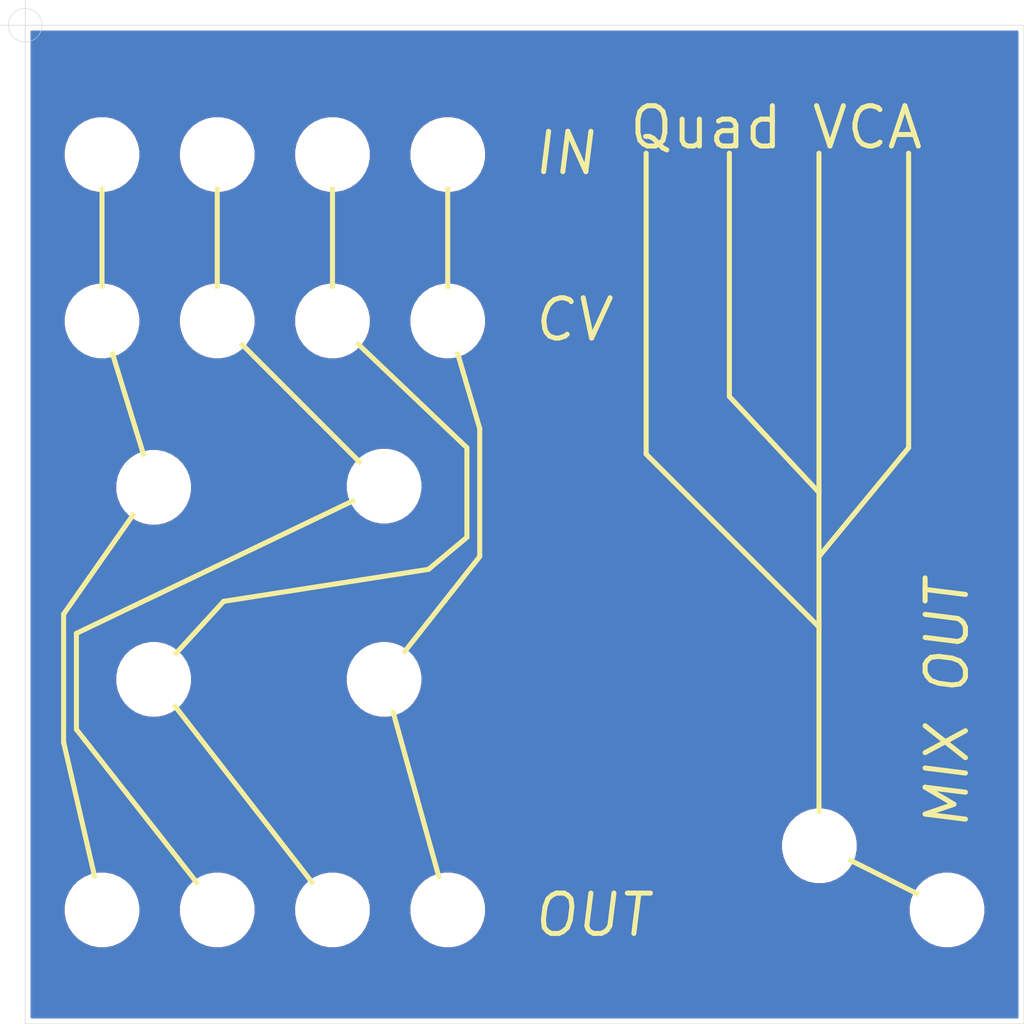
<source format=kicad_pcb>
(kicad_pcb (version 20171130) (host pcbnew 5.1.9-1.fc33)

  (general
    (thickness 1.6)
    (drawings 40)
    (tracks 0)
    (zones 0)
    (modules 18)
    (nets 1)
  )

  (page A4)
  (layers
    (0 F.Cu signal)
    (31 B.Cu signal)
    (32 B.Adhes user)
    (33 F.Adhes user)
    (34 B.Paste user)
    (35 F.Paste user)
    (36 B.SilkS user)
    (37 F.SilkS user)
    (38 B.Mask user)
    (39 F.Mask user)
    (40 Dwgs.User user)
    (41 Cmts.User user)
    (42 Eco1.User user)
    (43 Eco2.User user)
    (44 Edge.Cuts user)
    (45 Margin user)
    (46 B.CrtYd user)
    (47 F.CrtYd user)
    (48 B.Fab user)
    (49 F.Fab user)
  )

  (setup
    (last_trace_width 0.25)
    (trace_clearance 0.2)
    (zone_clearance 0.508)
    (zone_45_only no)
    (trace_min 0.2)
    (via_size 0.8)
    (via_drill 0.4)
    (via_min_size 0.4)
    (via_min_drill 0.3)
    (uvia_size 0.3)
    (uvia_drill 0.1)
    (uvias_allowed no)
    (uvia_min_size 0.2)
    (uvia_min_drill 0.1)
    (edge_width 0.05)
    (segment_width 0.2)
    (pcb_text_width 0.3)
    (pcb_text_size 1.5 1.5)
    (mod_edge_width 0.5)
    (mod_text_size 1 1)
    (mod_text_width 0.15)
    (pad_size 1.524 1.524)
    (pad_drill 0.762)
    (pad_to_mask_clearance 0)
    (aux_axis_origin 0 0)
    (grid_origin 63.5 63.5)
    (visible_elements FFFFFF7F)
    (pcbplotparams
      (layerselection 0x010fc_ffffffff)
      (usegerberextensions true)
      (usegerberattributes false)
      (usegerberadvancedattributes false)
      (creategerberjobfile false)
      (excludeedgelayer true)
      (linewidth 0.100000)
      (plotframeref false)
      (viasonmask false)
      (mode 1)
      (useauxorigin false)
      (hpglpennumber 1)
      (hpglpenspeed 20)
      (hpglpendiameter 15.000000)
      (psnegative false)
      (psa4output false)
      (plotreference true)
      (plotvalue true)
      (plotinvisibletext false)
      (padsonsilk false)
      (subtractmaskfromsilk true)
      (outputformat 1)
      (mirror false)
      (drillshape 0)
      (scaleselection 1)
      (outputdirectory "plot"))
  )

  (net 0 "")

  (net_class Default "This is the default net class."
    (clearance 0.2)
    (trace_width 0.25)
    (via_dia 0.8)
    (via_drill 0.4)
    (uvia_dia 0.3)
    (uvia_drill 0.1)
  )

  (module MountingHole:MountingHole_6.4mm_M6 (layer F.Cu) (tedit 56D1B4CB) (tstamp 6084CC83)
    (at 142.28 144.9)
    (descr "Mounting Hole 6.4mm, no annular, M6")
    (tags "mounting hole 6.4mm no annular m6")
    (attr virtual)
    (fp_text reference REF** (at 0 -7.4) (layer F.SilkS) hide
      (effects (font (size 1 1) (thickness 0.15)))
    )
    (fp_text value MountingHole_6.4mm_M6 (at 0 7.4) (layer F.Fab) hide
      (effects (font (size 1 1) (thickness 0.15)))
    )
    (fp_circle (center 0 0) (end 6.65 0) (layer F.CrtYd) (width 0.05))
    (fp_circle (center 0 0) (end 6.4 0) (layer Cmts.User) (width 0.15))
    (fp_text user %R (at 0.3 0) (layer F.Fab) hide
      (effects (font (size 1 1) (thickness 0.15)))
    )
    (pad 1 np_thru_hole circle (at 0 0) (size 6.4 6.4) (drill 6.4) (layers *.Cu *.Mask))
  )

  (module MountingHole:MountingHole_6.4mm_M6 (layer F.Cu) (tedit 56D1B4CB) (tstamp 6084CBE5)
    (at 99.1 128.39)
    (descr "Mounting Hole 6.4mm, no annular, M6")
    (tags "mounting hole 6.4mm no annular m6")
    (attr virtual)
    (fp_text reference REF** (at 0 -7.4) (layer F.SilkS) hide
      (effects (font (size 1 1) (thickness 0.15)))
    )
    (fp_text value MountingHole_6.4mm_M6 (at 0 7.4) (layer F.Fab) hide
      (effects (font (size 1 1) (thickness 0.15)))
    )
    (fp_circle (center 0 0) (end 6.65 0) (layer F.CrtYd) (width 0.05))
    (fp_circle (center 0 0) (end 6.4 0) (layer Cmts.User) (width 0.15))
    (fp_text user %R (at 0.3 0) (layer F.Fab) hide
      (effects (font (size 1 1) (thickness 0.15)))
    )
    (pad 1 np_thru_hole circle (at 0 0) (size 6.4 6.4) (drill 6.4) (layers *.Cu *.Mask))
  )

  (module MountingHole:MountingHole_6.4mm_M6 (layer F.Cu) (tedit 56D1B4CB) (tstamp 6084CBD0)
    (at 76.24 128.39)
    (descr "Mounting Hole 6.4mm, no annular, M6")
    (tags "mounting hole 6.4mm no annular m6")
    (attr virtual)
    (fp_text reference REF** (at 0 -7.4) (layer F.SilkS) hide
      (effects (font (size 1 1) (thickness 0.15)))
    )
    (fp_text value MountingHole_6.4mm_M6 (at 0 7.4) (layer F.Fab) hide
      (effects (font (size 1 1) (thickness 0.15)))
    )
    (fp_circle (center 0 0) (end 6.4 0) (layer Cmts.User) (width 0.15))
    (fp_circle (center 0 0) (end 6.65 0) (layer F.CrtYd) (width 0.05))
    (fp_text user %R (at 0.3 0) (layer F.Fab) hide
      (effects (font (size 1 1) (thickness 0.15)))
    )
    (pad 1 np_thru_hole circle (at 0 0) (size 6.4 6.4) (drill 6.4) (layers *.Cu *.Mask))
  )

  (module MountingHole:MountingHole_6.4mm_M6 (layer F.Cu) (tedit 56D1B4CB) (tstamp 6084CBBB)
    (at 99.1 109.22)
    (descr "Mounting Hole 6.4mm, no annular, M6")
    (tags "mounting hole 6.4mm no annular m6")
    (attr virtual)
    (fp_text reference REF** (at 0 -7.4) (layer F.SilkS) hide
      (effects (font (size 1 1) (thickness 0.15)))
    )
    (fp_text value MountingHole_6.4mm_M6 (at 0 7.4) (layer F.Fab) hide
      (effects (font (size 1 1) (thickness 0.15)))
    )
    (fp_circle (center 0 0) (end 6.65 0) (layer F.CrtYd) (width 0.05))
    (fp_circle (center 0 0) (end 6.4 0) (layer Cmts.User) (width 0.15))
    (fp_text user %R (at 0.3 0) (layer F.Fab) hide
      (effects (font (size 1 1) (thickness 0.15)))
    )
    (pad 1 np_thru_hole circle (at 0 0) (size 6.4 6.4) (drill 6.4) (layers *.Cu *.Mask))
  )

  (module MountingHole:MountingHole_6.4mm_M6 (layer F.Cu) (tedit 56D1B4CB) (tstamp 6084CBA6)
    (at 76.24 109.34)
    (descr "Mounting Hole 6.4mm, no annular, M6")
    (tags "mounting hole 6.4mm no annular m6")
    (attr virtual)
    (fp_text reference REF** (at 0 -7.4) (layer F.SilkS) hide
      (effects (font (size 1 1) (thickness 0.15)))
    )
    (fp_text value MountingHole_6.4mm_M6 (at 0 7.4) (layer F.Fab) hide
      (effects (font (size 1 1) (thickness 0.15)))
    )
    (fp_circle (center 0 0) (end 6.4 0) (layer Cmts.User) (width 0.15))
    (fp_circle (center 0 0) (end 6.65 0) (layer F.CrtYd) (width 0.05))
    (fp_text user %R (at 0.3 0) (layer F.Fab) hide
      (effects (font (size 1 1) (thickness 0.15)))
    )
    (pad 1 np_thru_hole circle (at 0 0) (size 6.4 6.4) (drill 6.4) (layers *.Cu *.Mask))
  )

  (module MountingHole:MountingHole_6.4mm_M6 (layer F.Cu) (tedit 56D1B4CB) (tstamp 6084CB91)
    (at 154.94 151.26)
    (descr "Mounting Hole 6.4mm, no annular, M6")
    (tags "mounting hole 6.4mm no annular m6")
    (attr virtual)
    (fp_text reference REF** (at 0 -7.4) (layer F.SilkS) hide
      (effects (font (size 1 1) (thickness 0.15)))
    )
    (fp_text value MountingHole_6.4mm_M6 (at 0 7.4) (layer F.Fab) hide
      (effects (font (size 1 1) (thickness 0.15)))
    )
    (fp_circle (center 0 0) (end 6.65 0) (layer F.CrtYd) (width 0.05))
    (fp_circle (center 0 0) (end 6.4 0) (layer Cmts.User) (width 0.15))
    (fp_text user %R (at 0.3 0) (layer F.Fab) hide
      (effects (font (size 1 1) (thickness 0.15)))
    )
    (pad 1 np_thru_hole circle (at 0 0) (size 6.4 6.4) (drill 6.4) (layers *.Cu *.Mask))
  )

  (module MountingHole:MountingHole_6.4mm_M6 (layer F.Cu) (tedit 56D1B4CB) (tstamp 6084CB7C)
    (at 105.41 151.26)
    (descr "Mounting Hole 6.4mm, no annular, M6")
    (tags "mounting hole 6.4mm no annular m6")
    (attr virtual)
    (fp_text reference REF** (at 0 -7.4) (layer F.SilkS) hide
      (effects (font (size 1 1) (thickness 0.15)))
    )
    (fp_text value MountingHole_6.4mm_M6 (at 0 7.4) (layer F.Fab) hide
      (effects (font (size 1 1) (thickness 0.15)))
    )
    (fp_circle (center 0 0) (end 6.4 0) (layer Cmts.User) (width 0.15))
    (fp_circle (center 0 0) (end 6.65 0) (layer F.CrtYd) (width 0.05))
    (fp_text user %R (at 0.3 0) (layer F.Fab) hide
      (effects (font (size 1 1) (thickness 0.15)))
    )
    (pad 1 np_thru_hole circle (at 0 0) (size 6.4 6.4) (drill 6.4) (layers *.Cu *.Mask))
  )

  (module MountingHole:MountingHole_6.4mm_M6 (layer F.Cu) (tedit 56D1B4CB) (tstamp 6084CB67)
    (at 93.98 151.26)
    (descr "Mounting Hole 6.4mm, no annular, M6")
    (tags "mounting hole 6.4mm no annular m6")
    (attr virtual)
    (fp_text reference REF** (at 0 -7.4) (layer F.SilkS) hide
      (effects (font (size 1 1) (thickness 0.15)))
    )
    (fp_text value MountingHole_6.4mm_M6 (at 0 7.4) (layer F.Fab) hide
      (effects (font (size 1 1) (thickness 0.15)))
    )
    (fp_circle (center 0 0) (end 6.65 0) (layer F.CrtYd) (width 0.05))
    (fp_circle (center 0 0) (end 6.4 0) (layer Cmts.User) (width 0.15))
    (fp_text user %R (at 0.3 0) (layer F.Fab) hide
      (effects (font (size 1 1) (thickness 0.15)))
    )
    (pad 1 np_thru_hole circle (at 0 0) (size 6.4 6.4) (drill 6.4) (layers *.Cu *.Mask))
  )

  (module MountingHole:MountingHole_6.4mm_M6 (layer F.Cu) (tedit 56D1B4CB) (tstamp 6084CB52)
    (at 82.55 151.26)
    (descr "Mounting Hole 6.4mm, no annular, M6")
    (tags "mounting hole 6.4mm no annular m6")
    (attr virtual)
    (fp_text reference REF** (at 0 -7.4) (layer F.SilkS) hide
      (effects (font (size 1 1) (thickness 0.15)))
    )
    (fp_text value MountingHole_6.4mm_M6 (at 0 7.4) (layer F.Fab) hide
      (effects (font (size 1 1) (thickness 0.15)))
    )
    (fp_circle (center 0 0) (end 6.4 0) (layer Cmts.User) (width 0.15))
    (fp_circle (center 0 0) (end 6.65 0) (layer F.CrtYd) (width 0.05))
    (fp_text user %R (at 0.3 0) (layer F.Fab) hide
      (effects (font (size 1 1) (thickness 0.15)))
    )
    (pad 1 np_thru_hole circle (at 0 0) (size 6.4 6.4) (drill 6.4) (layers *.Cu *.Mask))
  )

  (module MountingHole:MountingHole_6.4mm_M6 (layer F.Cu) (tedit 56D1B4CB) (tstamp 6084CB3D)
    (at 71.12 151.26)
    (descr "Mounting Hole 6.4mm, no annular, M6")
    (tags "mounting hole 6.4mm no annular m6")
    (attr virtual)
    (fp_text reference REF** (at 0 -7.4) (layer F.SilkS) hide
      (effects (font (size 1 1) (thickness 0.15)))
    )
    (fp_text value MountingHole_6.4mm_M6 (at 0 7.4) (layer F.Fab) hide
      (effects (font (size 1 1) (thickness 0.15)))
    )
    (fp_circle (center 0 0) (end 6.65 0) (layer F.CrtYd) (width 0.05))
    (fp_circle (center 0 0) (end 6.4 0) (layer Cmts.User) (width 0.15))
    (fp_text user %R (at 0.3 0) (layer F.Fab) hide
      (effects (font (size 1 1) (thickness 0.15)))
    )
    (pad 1 np_thru_hole circle (at 0 0) (size 6.4 6.4) (drill 6.4) (layers *.Cu *.Mask))
  )

  (module MountingHole:MountingHole_6.4mm_M6 (layer F.Cu) (tedit 56D1B4CB) (tstamp 6084CB28)
    (at 105.41 92.84)
    (descr "Mounting Hole 6.4mm, no annular, M6")
    (tags "mounting hole 6.4mm no annular m6")
    (attr virtual)
    (fp_text reference REF** (at 0 -7.4) (layer F.SilkS) hide
      (effects (font (size 1 1) (thickness 0.15)))
    )
    (fp_text value MountingHole_6.4mm_M6 (at 0 7.4) (layer F.Fab) hide
      (effects (font (size 1 1) (thickness 0.15)))
    )
    (fp_circle (center 0 0) (end 6.4 0) (layer Cmts.User) (width 0.15))
    (fp_circle (center 0 0) (end 6.65 0) (layer F.CrtYd) (width 0.05))
    (fp_text user %R (at 0.3 0) (layer F.Fab) hide
      (effects (font (size 1 1) (thickness 0.15)))
    )
    (pad 1 np_thru_hole circle (at 0 0) (size 6.4 6.4) (drill 6.4) (layers *.Cu *.Mask))
  )

  (module MountingHole:MountingHole_6.4mm_M6 (layer F.Cu) (tedit 56D1B4CB) (tstamp 6084CB13)
    (at 93.98 92.84)
    (descr "Mounting Hole 6.4mm, no annular, M6")
    (tags "mounting hole 6.4mm no annular m6")
    (attr virtual)
    (fp_text reference REF** (at 0 -7.4) (layer F.SilkS) hide
      (effects (font (size 1 1) (thickness 0.15)))
    )
    (fp_text value MountingHole_6.4mm_M6 (at 0 7.4) (layer F.Fab) hide
      (effects (font (size 1 1) (thickness 0.15)))
    )
    (fp_circle (center 0 0) (end 6.65 0) (layer F.CrtYd) (width 0.05))
    (fp_circle (center 0 0) (end 6.4 0) (layer Cmts.User) (width 0.15))
    (fp_text user %R (at 0.3 0) (layer F.Fab) hide
      (effects (font (size 1 1) (thickness 0.15)))
    )
    (pad 1 np_thru_hole circle (at 0 0) (size 6.4 6.4) (drill 6.4) (layers *.Cu *.Mask))
  )

  (module MountingHole:MountingHole_6.4mm_M6 (layer F.Cu) (tedit 56D1B4CB) (tstamp 6084CAFE)
    (at 82.55 92.84)
    (descr "Mounting Hole 6.4mm, no annular, M6")
    (tags "mounting hole 6.4mm no annular m6")
    (attr virtual)
    (fp_text reference REF** (at 0 -7.4) (layer F.SilkS) hide
      (effects (font (size 1 1) (thickness 0.15)))
    )
    (fp_text value MountingHole_6.4mm_M6 (at 0 7.4) (layer F.Fab) hide
      (effects (font (size 1 1) (thickness 0.15)))
    )
    (fp_circle (center 0 0) (end 6.4 0) (layer Cmts.User) (width 0.15))
    (fp_circle (center 0 0) (end 6.65 0) (layer F.CrtYd) (width 0.05))
    (fp_text user %R (at 0.3 0) (layer F.Fab) hide
      (effects (font (size 1 1) (thickness 0.15)))
    )
    (pad 1 np_thru_hole circle (at 0 0) (size 6.4 6.4) (drill 6.4) (layers *.Cu *.Mask))
  )

  (module MountingHole:MountingHole_6.4mm_M6 (layer F.Cu) (tedit 56D1B4CB) (tstamp 6084CAE9)
    (at 71.12 92.84)
    (descr "Mounting Hole 6.4mm, no annular, M6")
    (tags "mounting hole 6.4mm no annular m6")
    (attr virtual)
    (fp_text reference REF** (at 0 -7.4) (layer F.SilkS) hide
      (effects (font (size 1 1) (thickness 0.15)))
    )
    (fp_text value MountingHole_6.4mm_M6 (at 0 7.4) (layer F.Fab) hide
      (effects (font (size 1 1) (thickness 0.15)))
    )
    (fp_circle (center 0 0) (end 6.65 0) (layer F.CrtYd) (width 0.05))
    (fp_circle (center 0 0) (end 6.4 0) (layer Cmts.User) (width 0.15))
    (fp_text user %R (at 0.3 0) (layer F.Fab) hide
      (effects (font (size 1 1) (thickness 0.15)))
    )
    (pad 1 np_thru_hole circle (at 0 0) (size 6.4 6.4) (drill 6.4) (layers *.Cu *.Mask))
  )

  (module MountingHole:MountingHole_6.4mm_M6 (layer F.Cu) (tedit 56D1B4CB) (tstamp 6084CAD4)
    (at 105.41 76.33)
    (descr "Mounting Hole 6.4mm, no annular, M6")
    (tags "mounting hole 6.4mm no annular m6")
    (attr virtual)
    (fp_text reference REF** (at 0 -7.4) (layer F.SilkS) hide
      (effects (font (size 1 1) (thickness 0.15)))
    )
    (fp_text value MountingHole_6.4mm_M6 (at 0 7.4) (layer F.Fab) hide
      (effects (font (size 1 1) (thickness 0.15)))
    )
    (fp_circle (center 0 0) (end 6.4 0) (layer Cmts.User) (width 0.15))
    (fp_circle (center 0 0) (end 6.65 0) (layer F.CrtYd) (width 0.05))
    (fp_text user %R (at 0.3 0) (layer F.Fab) hide
      (effects (font (size 1 1) (thickness 0.15)))
    )
    (pad 1 np_thru_hole circle (at 0 0) (size 6.4 6.4) (drill 6.4) (layers *.Cu *.Mask))
  )

  (module MountingHole:MountingHole_6.4mm_M6 (layer F.Cu) (tedit 56D1B4CB) (tstamp 6084CABF)
    (at 93.98 76.33)
    (descr "Mounting Hole 6.4mm, no annular, M6")
    (tags "mounting hole 6.4mm no annular m6")
    (attr virtual)
    (fp_text reference REF** (at 0 -7.4) (layer F.SilkS) hide
      (effects (font (size 1 1) (thickness 0.15)))
    )
    (fp_text value MountingHole_6.4mm_M6 (at 0 7.4) (layer F.Fab) hide
      (effects (font (size 1 1) (thickness 0.15)))
    )
    (fp_circle (center 0 0) (end 6.65 0) (layer F.CrtYd) (width 0.05))
    (fp_circle (center 0 0) (end 6.4 0) (layer Cmts.User) (width 0.15))
    (fp_text user %R (at 0.3 0) (layer F.Fab) hide
      (effects (font (size 1 1) (thickness 0.15)))
    )
    (pad 1 np_thru_hole circle (at 0 0) (size 6.4 6.4) (drill 6.4) (layers *.Cu *.Mask))
  )

  (module MountingHole:MountingHole_6.4mm_M6 (layer F.Cu) (tedit 56D1B4CB) (tstamp 6084CAAA)
    (at 82.55 76.33)
    (descr "Mounting Hole 6.4mm, no annular, M6")
    (tags "mounting hole 6.4mm no annular m6")
    (attr virtual)
    (fp_text reference REF** (at 0 -7.4) (layer F.SilkS) hide
      (effects (font (size 1 1) (thickness 0.15)))
    )
    (fp_text value MountingHole_6.4mm_M6 (at 0 7.4) (layer F.Fab) hide
      (effects (font (size 1 1) (thickness 0.15)))
    )
    (fp_circle (center 0 0) (end 6.4 0) (layer Cmts.User) (width 0.15))
    (fp_circle (center 0 0) (end 6.65 0) (layer F.CrtYd) (width 0.05))
    (fp_text user %R (at 0.3 0) (layer F.Fab) hide
      (effects (font (size 1 1) (thickness 0.15)))
    )
    (pad 1 np_thru_hole circle (at 0 0) (size 6.4 6.4) (drill 6.4) (layers *.Cu *.Mask))
  )

  (module MountingHole:MountingHole_6.4mm_M6 (layer F.Cu) (tedit 56D1B4CB) (tstamp 6084CA5F)
    (at 71.12 76.33)
    (descr "Mounting Hole 6.4mm, no annular, M6")
    (tags "mounting hole 6.4mm no annular m6")
    (attr virtual)
    (fp_text reference REF** (at 0 -7.4) (layer F.SilkS) hide
      (effects (font (size 1 1) (thickness 0.15)))
    )
    (fp_text value MountingHole_6.4mm_M6 (at 0 7.4) (layer F.Fab) hide
      (effects (font (size 1 1) (thickness 0.15)))
    )
    (fp_circle (center 0 0) (end 6.65 0) (layer F.CrtYd) (width 0.05))
    (fp_circle (center 0 0) (end 6.4 0) (layer Cmts.User) (width 0.15))
    (fp_text user %R (at 0.3 0) (layer F.Fab) hide
      (effects (font (size 1 1) (thickness 0.15)))
    )
    (pad 1 np_thru_hole circle (at 0 0) (size 6.4 6.4) (drill 6.4) (layers *.Cu *.Mask))
  )

  (gr_text "Quad VCA" (at 123.19 73.66) (layer F.SilkS) (tstamp 6084CCE8)
    (effects (font (size 4 4) (thickness 0.5)) (justify left))
  )
  (gr_line (start 125.095 106.045) (end 125.095 76.2) (layer F.SilkS) (width 0.5))
  (gr_line (start 142.24 123.19) (end 125.095 106.045) (layer F.SilkS) (width 0.5))
  (gr_line (start 133.35 100.33) (end 133.35 76.2) (layer F.SilkS) (width 0.5))
  (gr_line (start 142.24 109.855) (end 133.35 100.33) (layer F.SilkS) (width 0.5))
  (gr_line (start 151.13 105.41) (end 151.13 76.2) (layer F.SilkS) (width 0.5))
  (gr_line (start 142.24 116.205) (end 151.13 105.41) (layer F.SilkS) (width 0.5))
  (gr_line (start 142.24 144.78) (end 142.24 76.2) (layer F.SilkS) (width 0.5))
  (gr_line (start 154.94 151.13) (end 142.24 144.78) (layer F.SilkS) (width 0.5))
  (gr_line (start 99.06 128.27) (end 105.41 151.13) (layer F.SilkS) (width 0.5))
  (gr_line (start 108.585 116.205) (end 99.06 128.27) (layer F.SilkS) (width 0.5))
  (gr_line (start 108.585 103.505) (end 108.585 116.205) (layer F.SilkS) (width 0.5))
  (gr_line (start 105.41 92.71) (end 108.585 103.505) (layer F.SilkS) (width 0.5))
  (gr_line (start 76.2 128.27) (end 93.98 151.13) (layer F.SilkS) (width 0.5))
  (gr_line (start 83.185 120.65) (end 76.2 128.27) (layer F.SilkS) (width 0.5))
  (gr_line (start 103.505 117.475) (end 83.185 120.65) (layer F.SilkS) (width 0.5))
  (gr_line (start 107.315 114.3) (end 103.505 117.475) (layer F.SilkS) (width 0.5))
  (gr_line (start 107.315 105.41) (end 107.315 114.3) (layer F.SilkS) (width 0.5))
  (gr_line (start 93.98 92.71) (end 107.315 105.41) (layer F.SilkS) (width 0.5))
  (gr_line (start 68.58 133.35) (end 82.55 151.13) (layer F.SilkS) (width 0.5))
  (gr_line (start 68.58 123.825) (end 68.58 133.35) (layer F.SilkS) (width 0.5))
  (gr_line (start 99.06 109.22) (end 68.58 123.825) (layer F.SilkS) (width 0.5))
  (gr_line (start 82.55 92.71) (end 99.06 109.22) (layer F.SilkS) (width 0.5))
  (gr_line (start 67.31 134.62) (end 71.12 151.13) (layer F.SilkS) (width 0.5))
  (gr_line (start 67.31 121.92) (end 67.31 134.62) (layer F.SilkS) (width 0.5))
  (gr_line (start 76.2 109.22) (end 67.31 121.92) (layer F.SilkS) (width 0.5))
  (gr_line (start 71.12 92.71) (end 76.2 109.22) (layer F.SilkS) (width 0.5))
  (gr_line (start 105.41 79.375) (end 105.41 89.535) (layer F.SilkS) (width 0.5) (tstamp 6084CC53))
  (gr_line (start 93.98 79.375) (end 93.98 89.535) (layer F.SilkS) (width 0.5) (tstamp 6084CC51))
  (gr_line (start 82.55 79.375) (end 82.55 89.535) (layer F.SilkS) (width 0.5) (tstamp 6084CC4F))
  (gr_line (start 71.12 79.375) (end 71.12 89.535) (layer F.SilkS) (width 0.5))
  (gr_text "MIX OUT" (at 154.94 143.51 90) (layer F.SilkS) (tstamp 6084CC26)
    (effects (font (size 4 4) (thickness 0.5) italic) (justify left))
  )
  (gr_text OUT (at 113.665 151.765) (layer F.SilkS) (tstamp 6084CC1E)
    (effects (font (size 4 4) (thickness 0.5) italic) (justify left))
  )
  (gr_text CV (at 113.665 92.71) (layer F.SilkS) (tstamp 6084CC19)
    (effects (font (size 4 4) (thickness 0.5) italic) (justify left))
  )
  (gr_text IN (at 113.665 76.2) (layer F.SilkS) (tstamp 6084CC23)
    (effects (font (size 4 4) (thickness 0.5) italic) (justify left))
  )
  (target plus (at 63.5 63.5) (size 5) (width 0.05) (layer Edge.Cuts))
  (gr_line (start 63.5 162.56) (end 63.5 63.5) (layer Edge.Cuts) (width 0.05) (tstamp 60846994))
  (gr_line (start 162.56 162.56) (end 63.5 162.56) (layer Edge.Cuts) (width 0.05))
  (gr_line (start 162.56 63.5) (end 162.56 162.56) (layer Edge.Cuts) (width 0.05))
  (gr_line (start 63.5 63.5) (end 162.56 63.5) (layer Edge.Cuts) (width 0.05))

  (zone (net 0) (net_name "") (layer F.Cu) (tstamp 608F031B) (hatch edge 0.508)
    (connect_pads (clearance 0.508))
    (min_thickness 0.254)
    (fill yes (arc_segments 32) (thermal_gap 0.508) (thermal_bridge_width 0.508))
    (polygon
      (pts
        (xy 162.56 162.56) (xy 63.5 162.56) (xy 63.5 63.5) (xy 162.56 63.5)
      )
    )
    (filled_polygon
      (pts
        (xy 161.900001 161.9) (xy 64.16 161.9) (xy 64.16 150.882285) (xy 67.285 150.882285) (xy 67.285 151.637715)
        (xy 67.432377 152.378628) (xy 67.721467 153.076554) (xy 68.141161 153.70467) (xy 68.67533 154.238839) (xy 69.303446 154.658533)
        (xy 70.001372 154.947623) (xy 70.742285 155.095) (xy 71.497715 155.095) (xy 72.238628 154.947623) (xy 72.936554 154.658533)
        (xy 73.56467 154.238839) (xy 74.098839 153.70467) (xy 74.518533 153.076554) (xy 74.807623 152.378628) (xy 74.955 151.637715)
        (xy 74.955 150.882285) (xy 78.715 150.882285) (xy 78.715 151.637715) (xy 78.862377 152.378628) (xy 79.151467 153.076554)
        (xy 79.571161 153.70467) (xy 80.10533 154.238839) (xy 80.733446 154.658533) (xy 81.431372 154.947623) (xy 82.172285 155.095)
        (xy 82.927715 155.095) (xy 83.668628 154.947623) (xy 84.366554 154.658533) (xy 84.99467 154.238839) (xy 85.528839 153.70467)
        (xy 85.948533 153.076554) (xy 86.237623 152.378628) (xy 86.385 151.637715) (xy 86.385 150.882285) (xy 90.145 150.882285)
        (xy 90.145 151.637715) (xy 90.292377 152.378628) (xy 90.581467 153.076554) (xy 91.001161 153.70467) (xy 91.53533 154.238839)
        (xy 92.163446 154.658533) (xy 92.861372 154.947623) (xy 93.602285 155.095) (xy 94.357715 155.095) (xy 95.098628 154.947623)
        (xy 95.796554 154.658533) (xy 96.42467 154.238839) (xy 96.958839 153.70467) (xy 97.378533 153.076554) (xy 97.667623 152.378628)
        (xy 97.815 151.637715) (xy 97.815 150.882285) (xy 101.575 150.882285) (xy 101.575 151.637715) (xy 101.722377 152.378628)
        (xy 102.011467 153.076554) (xy 102.431161 153.70467) (xy 102.96533 154.238839) (xy 103.593446 154.658533) (xy 104.291372 154.947623)
        (xy 105.032285 155.095) (xy 105.787715 155.095) (xy 106.528628 154.947623) (xy 107.226554 154.658533) (xy 107.85467 154.238839)
        (xy 108.388839 153.70467) (xy 108.808533 153.076554) (xy 109.097623 152.378628) (xy 109.245 151.637715) (xy 109.245 150.882285)
        (xy 151.105 150.882285) (xy 151.105 151.637715) (xy 151.252377 152.378628) (xy 151.541467 153.076554) (xy 151.961161 153.70467)
        (xy 152.49533 154.238839) (xy 153.123446 154.658533) (xy 153.821372 154.947623) (xy 154.562285 155.095) (xy 155.317715 155.095)
        (xy 156.058628 154.947623) (xy 156.756554 154.658533) (xy 157.38467 154.238839) (xy 157.918839 153.70467) (xy 158.338533 153.076554)
        (xy 158.627623 152.378628) (xy 158.775 151.637715) (xy 158.775 150.882285) (xy 158.627623 150.141372) (xy 158.338533 149.443446)
        (xy 157.918839 148.81533) (xy 157.38467 148.281161) (xy 156.756554 147.861467) (xy 156.058628 147.572377) (xy 155.317715 147.425)
        (xy 154.562285 147.425) (xy 153.821372 147.572377) (xy 153.123446 147.861467) (xy 152.49533 148.281161) (xy 151.961161 148.81533)
        (xy 151.541467 149.443446) (xy 151.252377 150.141372) (xy 151.105 150.882285) (xy 109.245 150.882285) (xy 109.097623 150.141372)
        (xy 108.808533 149.443446) (xy 108.388839 148.81533) (xy 107.85467 148.281161) (xy 107.226554 147.861467) (xy 106.528628 147.572377)
        (xy 105.787715 147.425) (xy 105.032285 147.425) (xy 104.291372 147.572377) (xy 103.593446 147.861467) (xy 102.96533 148.281161)
        (xy 102.431161 148.81533) (xy 102.011467 149.443446) (xy 101.722377 150.141372) (xy 101.575 150.882285) (xy 97.815 150.882285)
        (xy 97.667623 150.141372) (xy 97.378533 149.443446) (xy 96.958839 148.81533) (xy 96.42467 148.281161) (xy 95.796554 147.861467)
        (xy 95.098628 147.572377) (xy 94.357715 147.425) (xy 93.602285 147.425) (xy 92.861372 147.572377) (xy 92.163446 147.861467)
        (xy 91.53533 148.281161) (xy 91.001161 148.81533) (xy 90.581467 149.443446) (xy 90.292377 150.141372) (xy 90.145 150.882285)
        (xy 86.385 150.882285) (xy 86.237623 150.141372) (xy 85.948533 149.443446) (xy 85.528839 148.81533) (xy 84.99467 148.281161)
        (xy 84.366554 147.861467) (xy 83.668628 147.572377) (xy 82.927715 147.425) (xy 82.172285 147.425) (xy 81.431372 147.572377)
        (xy 80.733446 147.861467) (xy 80.10533 148.281161) (xy 79.571161 148.81533) (xy 79.151467 149.443446) (xy 78.862377 150.141372)
        (xy 78.715 150.882285) (xy 74.955 150.882285) (xy 74.807623 150.141372) (xy 74.518533 149.443446) (xy 74.098839 148.81533)
        (xy 73.56467 148.281161) (xy 72.936554 147.861467) (xy 72.238628 147.572377) (xy 71.497715 147.425) (xy 70.742285 147.425)
        (xy 70.001372 147.572377) (xy 69.303446 147.861467) (xy 68.67533 148.281161) (xy 68.141161 148.81533) (xy 67.721467 149.443446)
        (xy 67.432377 150.141372) (xy 67.285 150.882285) (xy 64.16 150.882285) (xy 64.16 144.522285) (xy 138.445 144.522285)
        (xy 138.445 145.277715) (xy 138.592377 146.018628) (xy 138.881467 146.716554) (xy 139.301161 147.34467) (xy 139.83533 147.878839)
        (xy 140.463446 148.298533) (xy 141.161372 148.587623) (xy 141.902285 148.735) (xy 142.657715 148.735) (xy 143.398628 148.587623)
        (xy 144.096554 148.298533) (xy 144.72467 147.878839) (xy 145.258839 147.34467) (xy 145.678533 146.716554) (xy 145.967623 146.018628)
        (xy 146.115 145.277715) (xy 146.115 144.522285) (xy 145.967623 143.781372) (xy 145.678533 143.083446) (xy 145.258839 142.45533)
        (xy 144.72467 141.921161) (xy 144.096554 141.501467) (xy 143.398628 141.212377) (xy 142.657715 141.065) (xy 141.902285 141.065)
        (xy 141.161372 141.212377) (xy 140.463446 141.501467) (xy 139.83533 141.921161) (xy 139.301161 142.45533) (xy 138.881467 143.083446)
        (xy 138.592377 143.781372) (xy 138.445 144.522285) (xy 64.16 144.522285) (xy 64.16 128.012285) (xy 72.405 128.012285)
        (xy 72.405 128.767715) (xy 72.552377 129.508628) (xy 72.841467 130.206554) (xy 73.261161 130.83467) (xy 73.79533 131.368839)
        (xy 74.423446 131.788533) (xy 75.121372 132.077623) (xy 75.862285 132.225) (xy 76.617715 132.225) (xy 77.358628 132.077623)
        (xy 78.056554 131.788533) (xy 78.68467 131.368839) (xy 79.218839 130.83467) (xy 79.638533 130.206554) (xy 79.927623 129.508628)
        (xy 80.075 128.767715) (xy 80.075 128.012285) (xy 95.265 128.012285) (xy 95.265 128.767715) (xy 95.412377 129.508628)
        (xy 95.701467 130.206554) (xy 96.121161 130.83467) (xy 96.65533 131.368839) (xy 97.283446 131.788533) (xy 97.981372 132.077623)
        (xy 98.722285 132.225) (xy 99.477715 132.225) (xy 100.218628 132.077623) (xy 100.916554 131.788533) (xy 101.54467 131.368839)
        (xy 102.078839 130.83467) (xy 102.498533 130.206554) (xy 102.787623 129.508628) (xy 102.935 128.767715) (xy 102.935 128.012285)
        (xy 102.787623 127.271372) (xy 102.498533 126.573446) (xy 102.078839 125.94533) (xy 101.54467 125.411161) (xy 100.916554 124.991467)
        (xy 100.218628 124.702377) (xy 99.477715 124.555) (xy 98.722285 124.555) (xy 97.981372 124.702377) (xy 97.283446 124.991467)
        (xy 96.65533 125.411161) (xy 96.121161 125.94533) (xy 95.701467 126.573446) (xy 95.412377 127.271372) (xy 95.265 128.012285)
        (xy 80.075 128.012285) (xy 79.927623 127.271372) (xy 79.638533 126.573446) (xy 79.218839 125.94533) (xy 78.68467 125.411161)
        (xy 78.056554 124.991467) (xy 77.358628 124.702377) (xy 76.617715 124.555) (xy 75.862285 124.555) (xy 75.121372 124.702377)
        (xy 74.423446 124.991467) (xy 73.79533 125.411161) (xy 73.261161 125.94533) (xy 72.841467 126.573446) (xy 72.552377 127.271372)
        (xy 72.405 128.012285) (xy 64.16 128.012285) (xy 64.16 108.962285) (xy 72.405 108.962285) (xy 72.405 109.717715)
        (xy 72.552377 110.458628) (xy 72.841467 111.156554) (xy 73.261161 111.78467) (xy 73.79533 112.318839) (xy 74.423446 112.738533)
        (xy 75.121372 113.027623) (xy 75.862285 113.175) (xy 76.617715 113.175) (xy 77.358628 113.027623) (xy 78.056554 112.738533)
        (xy 78.68467 112.318839) (xy 79.218839 111.78467) (xy 79.638533 111.156554) (xy 79.927623 110.458628) (xy 80.075 109.717715)
        (xy 80.075 108.962285) (xy 80.051131 108.842285) (xy 95.265 108.842285) (xy 95.265 109.597715) (xy 95.412377 110.338628)
        (xy 95.701467 111.036554) (xy 96.121161 111.66467) (xy 96.65533 112.198839) (xy 97.283446 112.618533) (xy 97.981372 112.907623)
        (xy 98.722285 113.055) (xy 99.477715 113.055) (xy 100.218628 112.907623) (xy 100.916554 112.618533) (xy 101.54467 112.198839)
        (xy 102.078839 111.66467) (xy 102.498533 111.036554) (xy 102.787623 110.338628) (xy 102.935 109.597715) (xy 102.935 108.842285)
        (xy 102.787623 108.101372) (xy 102.498533 107.403446) (xy 102.078839 106.77533) (xy 101.54467 106.241161) (xy 100.916554 105.821467)
        (xy 100.218628 105.532377) (xy 99.477715 105.385) (xy 98.722285 105.385) (xy 97.981372 105.532377) (xy 97.283446 105.821467)
        (xy 96.65533 106.241161) (xy 96.121161 106.77533) (xy 95.701467 107.403446) (xy 95.412377 108.101372) (xy 95.265 108.842285)
        (xy 80.051131 108.842285) (xy 79.927623 108.221372) (xy 79.638533 107.523446) (xy 79.218839 106.89533) (xy 78.68467 106.361161)
        (xy 78.056554 105.941467) (xy 77.358628 105.652377) (xy 76.617715 105.505) (xy 75.862285 105.505) (xy 75.121372 105.652377)
        (xy 74.423446 105.941467) (xy 73.79533 106.361161) (xy 73.261161 106.89533) (xy 72.841467 107.523446) (xy 72.552377 108.221372)
        (xy 72.405 108.962285) (xy 64.16 108.962285) (xy 64.16 92.462285) (xy 67.285 92.462285) (xy 67.285 93.217715)
        (xy 67.432377 93.958628) (xy 67.721467 94.656554) (xy 68.141161 95.28467) (xy 68.67533 95.818839) (xy 69.303446 96.238533)
        (xy 70.001372 96.527623) (xy 70.742285 96.675) (xy 71.497715 96.675) (xy 72.238628 96.527623) (xy 72.936554 96.238533)
        (xy 73.56467 95.818839) (xy 74.098839 95.28467) (xy 74.518533 94.656554) (xy 74.807623 93.958628) (xy 74.955 93.217715)
        (xy 74.955 92.462285) (xy 78.715 92.462285) (xy 78.715 93.217715) (xy 78.862377 93.958628) (xy 79.151467 94.656554)
        (xy 79.571161 95.28467) (xy 80.10533 95.818839) (xy 80.733446 96.238533) (xy 81.431372 96.527623) (xy 82.172285 96.675)
        (xy 82.927715 96.675) (xy 83.668628 96.527623) (xy 84.366554 96.238533) (xy 84.99467 95.818839) (xy 85.528839 95.28467)
        (xy 85.948533 94.656554) (xy 86.237623 93.958628) (xy 86.385 93.217715) (xy 86.385 92.462285) (xy 90.145 92.462285)
        (xy 90.145 93.217715) (xy 90.292377 93.958628) (xy 90.581467 94.656554) (xy 91.001161 95.28467) (xy 91.53533 95.818839)
        (xy 92.163446 96.238533) (xy 92.861372 96.527623) (xy 93.602285 96.675) (xy 94.357715 96.675) (xy 95.098628 96.527623)
        (xy 95.796554 96.238533) (xy 96.42467 95.818839) (xy 96.958839 95.28467) (xy 97.378533 94.656554) (xy 97.667623 93.958628)
        (xy 97.815 93.217715) (xy 97.815 92.462285) (xy 101.575 92.462285) (xy 101.575 93.217715) (xy 101.722377 93.958628)
        (xy 102.011467 94.656554) (xy 102.431161 95.28467) (xy 102.96533 95.818839) (xy 103.593446 96.238533) (xy 104.291372 96.527623)
        (xy 105.032285 96.675) (xy 105.787715 96.675) (xy 106.528628 96.527623) (xy 107.226554 96.238533) (xy 107.85467 95.818839)
        (xy 108.388839 95.28467) (xy 108.808533 94.656554) (xy 109.097623 93.958628) (xy 109.245 93.217715) (xy 109.245 92.462285)
        (xy 109.097623 91.721372) (xy 108.808533 91.023446) (xy 108.388839 90.39533) (xy 107.85467 89.861161) (xy 107.226554 89.441467)
        (xy 106.528628 89.152377) (xy 105.787715 89.005) (xy 105.032285 89.005) (xy 104.291372 89.152377) (xy 103.593446 89.441467)
        (xy 102.96533 89.861161) (xy 102.431161 90.39533) (xy 102.011467 91.023446) (xy 101.722377 91.721372) (xy 101.575 92.462285)
        (xy 97.815 92.462285) (xy 97.667623 91.721372) (xy 97.378533 91.023446) (xy 96.958839 90.39533) (xy 96.42467 89.861161)
        (xy 95.796554 89.441467) (xy 95.098628 89.152377) (xy 94.357715 89.005) (xy 93.602285 89.005) (xy 92.861372 89.152377)
        (xy 92.163446 89.441467) (xy 91.53533 89.861161) (xy 91.001161 90.39533) (xy 90.581467 91.023446) (xy 90.292377 91.721372)
        (xy 90.145 92.462285) (xy 86.385 92.462285) (xy 86.237623 91.721372) (xy 85.948533 91.023446) (xy 85.528839 90.39533)
        (xy 84.99467 89.861161) (xy 84.366554 89.441467) (xy 83.668628 89.152377) (xy 82.927715 89.005) (xy 82.172285 89.005)
        (xy 81.431372 89.152377) (xy 80.733446 89.441467) (xy 80.10533 89.861161) (xy 79.571161 90.39533) (xy 79.151467 91.023446)
        (xy 78.862377 91.721372) (xy 78.715 92.462285) (xy 74.955 92.462285) (xy 74.807623 91.721372) (xy 74.518533 91.023446)
        (xy 74.098839 90.39533) (xy 73.56467 89.861161) (xy 72.936554 89.441467) (xy 72.238628 89.152377) (xy 71.497715 89.005)
        (xy 70.742285 89.005) (xy 70.001372 89.152377) (xy 69.303446 89.441467) (xy 68.67533 89.861161) (xy 68.141161 90.39533)
        (xy 67.721467 91.023446) (xy 67.432377 91.721372) (xy 67.285 92.462285) (xy 64.16 92.462285) (xy 64.16 75.952285)
        (xy 67.285 75.952285) (xy 67.285 76.707715) (xy 67.432377 77.448628) (xy 67.721467 78.146554) (xy 68.141161 78.77467)
        (xy 68.67533 79.308839) (xy 69.303446 79.728533) (xy 70.001372 80.017623) (xy 70.742285 80.165) (xy 71.497715 80.165)
        (xy 72.238628 80.017623) (xy 72.936554 79.728533) (xy 73.56467 79.308839) (xy 74.098839 78.77467) (xy 74.518533 78.146554)
        (xy 74.807623 77.448628) (xy 74.955 76.707715) (xy 74.955 75.952285) (xy 78.715 75.952285) (xy 78.715 76.707715)
        (xy 78.862377 77.448628) (xy 79.151467 78.146554) (xy 79.571161 78.77467) (xy 80.10533 79.308839) (xy 80.733446 79.728533)
        (xy 81.431372 80.017623) (xy 82.172285 80.165) (xy 82.927715 80.165) (xy 83.668628 80.017623) (xy 84.366554 79.728533)
        (xy 84.99467 79.308839) (xy 85.528839 78.77467) (xy 85.948533 78.146554) (xy 86.237623 77.448628) (xy 86.385 76.707715)
        (xy 86.385 75.952285) (xy 90.145 75.952285) (xy 90.145 76.707715) (xy 90.292377 77.448628) (xy 90.581467 78.146554)
        (xy 91.001161 78.77467) (xy 91.53533 79.308839) (xy 92.163446 79.728533) (xy 92.861372 80.017623) (xy 93.602285 80.165)
        (xy 94.357715 80.165) (xy 95.098628 80.017623) (xy 95.796554 79.728533) (xy 96.42467 79.308839) (xy 96.958839 78.77467)
        (xy 97.378533 78.146554) (xy 97.667623 77.448628) (xy 97.815 76.707715) (xy 97.815 75.952285) (xy 101.575 75.952285)
        (xy 101.575 76.707715) (xy 101.722377 77.448628) (xy 102.011467 78.146554) (xy 102.431161 78.77467) (xy 102.96533 79.308839)
        (xy 103.593446 79.728533) (xy 104.291372 80.017623) (xy 105.032285 80.165) (xy 105.787715 80.165) (xy 106.528628 80.017623)
        (xy 107.226554 79.728533) (xy 107.85467 79.308839) (xy 108.388839 78.77467) (xy 108.808533 78.146554) (xy 109.097623 77.448628)
        (xy 109.245 76.707715) (xy 109.245 75.952285) (xy 109.097623 75.211372) (xy 108.808533 74.513446) (xy 108.388839 73.88533)
        (xy 107.85467 73.351161) (xy 107.226554 72.931467) (xy 106.528628 72.642377) (xy 105.787715 72.495) (xy 105.032285 72.495)
        (xy 104.291372 72.642377) (xy 103.593446 72.931467) (xy 102.96533 73.351161) (xy 102.431161 73.88533) (xy 102.011467 74.513446)
        (xy 101.722377 75.211372) (xy 101.575 75.952285) (xy 97.815 75.952285) (xy 97.667623 75.211372) (xy 97.378533 74.513446)
        (xy 96.958839 73.88533) (xy 96.42467 73.351161) (xy 95.796554 72.931467) (xy 95.098628 72.642377) (xy 94.357715 72.495)
        (xy 93.602285 72.495) (xy 92.861372 72.642377) (xy 92.163446 72.931467) (xy 91.53533 73.351161) (xy 91.001161 73.88533)
        (xy 90.581467 74.513446) (xy 90.292377 75.211372) (xy 90.145 75.952285) (xy 86.385 75.952285) (xy 86.237623 75.211372)
        (xy 85.948533 74.513446) (xy 85.528839 73.88533) (xy 84.99467 73.351161) (xy 84.366554 72.931467) (xy 83.668628 72.642377)
        (xy 82.927715 72.495) (xy 82.172285 72.495) (xy 81.431372 72.642377) (xy 80.733446 72.931467) (xy 80.10533 73.351161)
        (xy 79.571161 73.88533) (xy 79.151467 74.513446) (xy 78.862377 75.211372) (xy 78.715 75.952285) (xy 74.955 75.952285)
        (xy 74.807623 75.211372) (xy 74.518533 74.513446) (xy 74.098839 73.88533) (xy 73.56467 73.351161) (xy 72.936554 72.931467)
        (xy 72.238628 72.642377) (xy 71.497715 72.495) (xy 70.742285 72.495) (xy 70.001372 72.642377) (xy 69.303446 72.931467)
        (xy 68.67533 73.351161) (xy 68.141161 73.88533) (xy 67.721467 74.513446) (xy 67.432377 75.211372) (xy 67.285 75.952285)
        (xy 64.16 75.952285) (xy 64.16 64.16) (xy 161.9 64.16)
      )
    )
  )
  (zone (net 0) (net_name "") (layer B.Cu) (tstamp 608F0318) (hatch edge 0.508)
    (connect_pads (clearance 0.508))
    (min_thickness 0.254)
    (fill yes (arc_segments 32) (thermal_gap 0.508) (thermal_bridge_width 0.508))
    (polygon
      (pts
        (xy 162.56 162.56) (xy 63.5 162.56) (xy 63.5 63.5) (xy 162.56 63.5)
      )
    )
    (filled_polygon
      (pts
        (xy 161.900001 161.9) (xy 64.16 161.9) (xy 64.16 150.882285) (xy 67.285 150.882285) (xy 67.285 151.637715)
        (xy 67.432377 152.378628) (xy 67.721467 153.076554) (xy 68.141161 153.70467) (xy 68.67533 154.238839) (xy 69.303446 154.658533)
        (xy 70.001372 154.947623) (xy 70.742285 155.095) (xy 71.497715 155.095) (xy 72.238628 154.947623) (xy 72.936554 154.658533)
        (xy 73.56467 154.238839) (xy 74.098839 153.70467) (xy 74.518533 153.076554) (xy 74.807623 152.378628) (xy 74.955 151.637715)
        (xy 74.955 150.882285) (xy 78.715 150.882285) (xy 78.715 151.637715) (xy 78.862377 152.378628) (xy 79.151467 153.076554)
        (xy 79.571161 153.70467) (xy 80.10533 154.238839) (xy 80.733446 154.658533) (xy 81.431372 154.947623) (xy 82.172285 155.095)
        (xy 82.927715 155.095) (xy 83.668628 154.947623) (xy 84.366554 154.658533) (xy 84.99467 154.238839) (xy 85.528839 153.70467)
        (xy 85.948533 153.076554) (xy 86.237623 152.378628) (xy 86.385 151.637715) (xy 86.385 150.882285) (xy 90.145 150.882285)
        (xy 90.145 151.637715) (xy 90.292377 152.378628) (xy 90.581467 153.076554) (xy 91.001161 153.70467) (xy 91.53533 154.238839)
        (xy 92.163446 154.658533) (xy 92.861372 154.947623) (xy 93.602285 155.095) (xy 94.357715 155.095) (xy 95.098628 154.947623)
        (xy 95.796554 154.658533) (xy 96.42467 154.238839) (xy 96.958839 153.70467) (xy 97.378533 153.076554) (xy 97.667623 152.378628)
        (xy 97.815 151.637715) (xy 97.815 150.882285) (xy 101.575 150.882285) (xy 101.575 151.637715) (xy 101.722377 152.378628)
        (xy 102.011467 153.076554) (xy 102.431161 153.70467) (xy 102.96533 154.238839) (xy 103.593446 154.658533) (xy 104.291372 154.947623)
        (xy 105.032285 155.095) (xy 105.787715 155.095) (xy 106.528628 154.947623) (xy 107.226554 154.658533) (xy 107.85467 154.238839)
        (xy 108.388839 153.70467) (xy 108.808533 153.076554) (xy 109.097623 152.378628) (xy 109.245 151.637715) (xy 109.245 150.882285)
        (xy 151.105 150.882285) (xy 151.105 151.637715) (xy 151.252377 152.378628) (xy 151.541467 153.076554) (xy 151.961161 153.70467)
        (xy 152.49533 154.238839) (xy 153.123446 154.658533) (xy 153.821372 154.947623) (xy 154.562285 155.095) (xy 155.317715 155.095)
        (xy 156.058628 154.947623) (xy 156.756554 154.658533) (xy 157.38467 154.238839) (xy 157.918839 153.70467) (xy 158.338533 153.076554)
        (xy 158.627623 152.378628) (xy 158.775 151.637715) (xy 158.775 150.882285) (xy 158.627623 150.141372) (xy 158.338533 149.443446)
        (xy 157.918839 148.81533) (xy 157.38467 148.281161) (xy 156.756554 147.861467) (xy 156.058628 147.572377) (xy 155.317715 147.425)
        (xy 154.562285 147.425) (xy 153.821372 147.572377) (xy 153.123446 147.861467) (xy 152.49533 148.281161) (xy 151.961161 148.81533)
        (xy 151.541467 149.443446) (xy 151.252377 150.141372) (xy 151.105 150.882285) (xy 109.245 150.882285) (xy 109.097623 150.141372)
        (xy 108.808533 149.443446) (xy 108.388839 148.81533) (xy 107.85467 148.281161) (xy 107.226554 147.861467) (xy 106.528628 147.572377)
        (xy 105.787715 147.425) (xy 105.032285 147.425) (xy 104.291372 147.572377) (xy 103.593446 147.861467) (xy 102.96533 148.281161)
        (xy 102.431161 148.81533) (xy 102.011467 149.443446) (xy 101.722377 150.141372) (xy 101.575 150.882285) (xy 97.815 150.882285)
        (xy 97.667623 150.141372) (xy 97.378533 149.443446) (xy 96.958839 148.81533) (xy 96.42467 148.281161) (xy 95.796554 147.861467)
        (xy 95.098628 147.572377) (xy 94.357715 147.425) (xy 93.602285 147.425) (xy 92.861372 147.572377) (xy 92.163446 147.861467)
        (xy 91.53533 148.281161) (xy 91.001161 148.81533) (xy 90.581467 149.443446) (xy 90.292377 150.141372) (xy 90.145 150.882285)
        (xy 86.385 150.882285) (xy 86.237623 150.141372) (xy 85.948533 149.443446) (xy 85.528839 148.81533) (xy 84.99467 148.281161)
        (xy 84.366554 147.861467) (xy 83.668628 147.572377) (xy 82.927715 147.425) (xy 82.172285 147.425) (xy 81.431372 147.572377)
        (xy 80.733446 147.861467) (xy 80.10533 148.281161) (xy 79.571161 148.81533) (xy 79.151467 149.443446) (xy 78.862377 150.141372)
        (xy 78.715 150.882285) (xy 74.955 150.882285) (xy 74.807623 150.141372) (xy 74.518533 149.443446) (xy 74.098839 148.81533)
        (xy 73.56467 148.281161) (xy 72.936554 147.861467) (xy 72.238628 147.572377) (xy 71.497715 147.425) (xy 70.742285 147.425)
        (xy 70.001372 147.572377) (xy 69.303446 147.861467) (xy 68.67533 148.281161) (xy 68.141161 148.81533) (xy 67.721467 149.443446)
        (xy 67.432377 150.141372) (xy 67.285 150.882285) (xy 64.16 150.882285) (xy 64.16 144.522285) (xy 138.445 144.522285)
        (xy 138.445 145.277715) (xy 138.592377 146.018628) (xy 138.881467 146.716554) (xy 139.301161 147.34467) (xy 139.83533 147.878839)
        (xy 140.463446 148.298533) (xy 141.161372 148.587623) (xy 141.902285 148.735) (xy 142.657715 148.735) (xy 143.398628 148.587623)
        (xy 144.096554 148.298533) (xy 144.72467 147.878839) (xy 145.258839 147.34467) (xy 145.678533 146.716554) (xy 145.967623 146.018628)
        (xy 146.115 145.277715) (xy 146.115 144.522285) (xy 145.967623 143.781372) (xy 145.678533 143.083446) (xy 145.258839 142.45533)
        (xy 144.72467 141.921161) (xy 144.096554 141.501467) (xy 143.398628 141.212377) (xy 142.657715 141.065) (xy 141.902285 141.065)
        (xy 141.161372 141.212377) (xy 140.463446 141.501467) (xy 139.83533 141.921161) (xy 139.301161 142.45533) (xy 138.881467 143.083446)
        (xy 138.592377 143.781372) (xy 138.445 144.522285) (xy 64.16 144.522285) (xy 64.16 128.012285) (xy 72.405 128.012285)
        (xy 72.405 128.767715) (xy 72.552377 129.508628) (xy 72.841467 130.206554) (xy 73.261161 130.83467) (xy 73.79533 131.368839)
        (xy 74.423446 131.788533) (xy 75.121372 132.077623) (xy 75.862285 132.225) (xy 76.617715 132.225) (xy 77.358628 132.077623)
        (xy 78.056554 131.788533) (xy 78.68467 131.368839) (xy 79.218839 130.83467) (xy 79.638533 130.206554) (xy 79.927623 129.508628)
        (xy 80.075 128.767715) (xy 80.075 128.012285) (xy 95.265 128.012285) (xy 95.265 128.767715) (xy 95.412377 129.508628)
        (xy 95.701467 130.206554) (xy 96.121161 130.83467) (xy 96.65533 131.368839) (xy 97.283446 131.788533) (xy 97.981372 132.077623)
        (xy 98.722285 132.225) (xy 99.477715 132.225) (xy 100.218628 132.077623) (xy 100.916554 131.788533) (xy 101.54467 131.368839)
        (xy 102.078839 130.83467) (xy 102.498533 130.206554) (xy 102.787623 129.508628) (xy 102.935 128.767715) (xy 102.935 128.012285)
        (xy 102.787623 127.271372) (xy 102.498533 126.573446) (xy 102.078839 125.94533) (xy 101.54467 125.411161) (xy 100.916554 124.991467)
        (xy 100.218628 124.702377) (xy 99.477715 124.555) (xy 98.722285 124.555) (xy 97.981372 124.702377) (xy 97.283446 124.991467)
        (xy 96.65533 125.411161) (xy 96.121161 125.94533) (xy 95.701467 126.573446) (xy 95.412377 127.271372) (xy 95.265 128.012285)
        (xy 80.075 128.012285) (xy 79.927623 127.271372) (xy 79.638533 126.573446) (xy 79.218839 125.94533) (xy 78.68467 125.411161)
        (xy 78.056554 124.991467) (xy 77.358628 124.702377) (xy 76.617715 124.555) (xy 75.862285 124.555) (xy 75.121372 124.702377)
        (xy 74.423446 124.991467) (xy 73.79533 125.411161) (xy 73.261161 125.94533) (xy 72.841467 126.573446) (xy 72.552377 127.271372)
        (xy 72.405 128.012285) (xy 64.16 128.012285) (xy 64.16 108.962285) (xy 72.405 108.962285) (xy 72.405 109.717715)
        (xy 72.552377 110.458628) (xy 72.841467 111.156554) (xy 73.261161 111.78467) (xy 73.79533 112.318839) (xy 74.423446 112.738533)
        (xy 75.121372 113.027623) (xy 75.862285 113.175) (xy 76.617715 113.175) (xy 77.358628 113.027623) (xy 78.056554 112.738533)
        (xy 78.68467 112.318839) (xy 79.218839 111.78467) (xy 79.638533 111.156554) (xy 79.927623 110.458628) (xy 80.075 109.717715)
        (xy 80.075 108.962285) (xy 80.051131 108.842285) (xy 95.265 108.842285) (xy 95.265 109.597715) (xy 95.412377 110.338628)
        (xy 95.701467 111.036554) (xy 96.121161 111.66467) (xy 96.65533 112.198839) (xy 97.283446 112.618533) (xy 97.981372 112.907623)
        (xy 98.722285 113.055) (xy 99.477715 113.055) (xy 100.218628 112.907623) (xy 100.916554 112.618533) (xy 101.54467 112.198839)
        (xy 102.078839 111.66467) (xy 102.498533 111.036554) (xy 102.787623 110.338628) (xy 102.935 109.597715) (xy 102.935 108.842285)
        (xy 102.787623 108.101372) (xy 102.498533 107.403446) (xy 102.078839 106.77533) (xy 101.54467 106.241161) (xy 100.916554 105.821467)
        (xy 100.218628 105.532377) (xy 99.477715 105.385) (xy 98.722285 105.385) (xy 97.981372 105.532377) (xy 97.283446 105.821467)
        (xy 96.65533 106.241161) (xy 96.121161 106.77533) (xy 95.701467 107.403446) (xy 95.412377 108.101372) (xy 95.265 108.842285)
        (xy 80.051131 108.842285) (xy 79.927623 108.221372) (xy 79.638533 107.523446) (xy 79.218839 106.89533) (xy 78.68467 106.361161)
        (xy 78.056554 105.941467) (xy 77.358628 105.652377) (xy 76.617715 105.505) (xy 75.862285 105.505) (xy 75.121372 105.652377)
        (xy 74.423446 105.941467) (xy 73.79533 106.361161) (xy 73.261161 106.89533) (xy 72.841467 107.523446) (xy 72.552377 108.221372)
        (xy 72.405 108.962285) (xy 64.16 108.962285) (xy 64.16 92.462285) (xy 67.285 92.462285) (xy 67.285 93.217715)
        (xy 67.432377 93.958628) (xy 67.721467 94.656554) (xy 68.141161 95.28467) (xy 68.67533 95.818839) (xy 69.303446 96.238533)
        (xy 70.001372 96.527623) (xy 70.742285 96.675) (xy 71.497715 96.675) (xy 72.238628 96.527623) (xy 72.936554 96.238533)
        (xy 73.56467 95.818839) (xy 74.098839 95.28467) (xy 74.518533 94.656554) (xy 74.807623 93.958628) (xy 74.955 93.217715)
        (xy 74.955 92.462285) (xy 78.715 92.462285) (xy 78.715 93.217715) (xy 78.862377 93.958628) (xy 79.151467 94.656554)
        (xy 79.571161 95.28467) (xy 80.10533 95.818839) (xy 80.733446 96.238533) (xy 81.431372 96.527623) (xy 82.172285 96.675)
        (xy 82.927715 96.675) (xy 83.668628 96.527623) (xy 84.366554 96.238533) (xy 84.99467 95.818839) (xy 85.528839 95.28467)
        (xy 85.948533 94.656554) (xy 86.237623 93.958628) (xy 86.385 93.217715) (xy 86.385 92.462285) (xy 90.145 92.462285)
        (xy 90.145 93.217715) (xy 90.292377 93.958628) (xy 90.581467 94.656554) (xy 91.001161 95.28467) (xy 91.53533 95.818839)
        (xy 92.163446 96.238533) (xy 92.861372 96.527623) (xy 93.602285 96.675) (xy 94.357715 96.675) (xy 95.098628 96.527623)
        (xy 95.796554 96.238533) (xy 96.42467 95.818839) (xy 96.958839 95.28467) (xy 97.378533 94.656554) (xy 97.667623 93.958628)
        (xy 97.815 93.217715) (xy 97.815 92.462285) (xy 101.575 92.462285) (xy 101.575 93.217715) (xy 101.722377 93.958628)
        (xy 102.011467 94.656554) (xy 102.431161 95.28467) (xy 102.96533 95.818839) (xy 103.593446 96.238533) (xy 104.291372 96.527623)
        (xy 105.032285 96.675) (xy 105.787715 96.675) (xy 106.528628 96.527623) (xy 107.226554 96.238533) (xy 107.85467 95.818839)
        (xy 108.388839 95.28467) (xy 108.808533 94.656554) (xy 109.097623 93.958628) (xy 109.245 93.217715) (xy 109.245 92.462285)
        (xy 109.097623 91.721372) (xy 108.808533 91.023446) (xy 108.388839 90.39533) (xy 107.85467 89.861161) (xy 107.226554 89.441467)
        (xy 106.528628 89.152377) (xy 105.787715 89.005) (xy 105.032285 89.005) (xy 104.291372 89.152377) (xy 103.593446 89.441467)
        (xy 102.96533 89.861161) (xy 102.431161 90.39533) (xy 102.011467 91.023446) (xy 101.722377 91.721372) (xy 101.575 92.462285)
        (xy 97.815 92.462285) (xy 97.667623 91.721372) (xy 97.378533 91.023446) (xy 96.958839 90.39533) (xy 96.42467 89.861161)
        (xy 95.796554 89.441467) (xy 95.098628 89.152377) (xy 94.357715 89.005) (xy 93.602285 89.005) (xy 92.861372 89.152377)
        (xy 92.163446 89.441467) (xy 91.53533 89.861161) (xy 91.001161 90.39533) (xy 90.581467 91.023446) (xy 90.292377 91.721372)
        (xy 90.145 92.462285) (xy 86.385 92.462285) (xy 86.237623 91.721372) (xy 85.948533 91.023446) (xy 85.528839 90.39533)
        (xy 84.99467 89.861161) (xy 84.366554 89.441467) (xy 83.668628 89.152377) (xy 82.927715 89.005) (xy 82.172285 89.005)
        (xy 81.431372 89.152377) (xy 80.733446 89.441467) (xy 80.10533 89.861161) (xy 79.571161 90.39533) (xy 79.151467 91.023446)
        (xy 78.862377 91.721372) (xy 78.715 92.462285) (xy 74.955 92.462285) (xy 74.807623 91.721372) (xy 74.518533 91.023446)
        (xy 74.098839 90.39533) (xy 73.56467 89.861161) (xy 72.936554 89.441467) (xy 72.238628 89.152377) (xy 71.497715 89.005)
        (xy 70.742285 89.005) (xy 70.001372 89.152377) (xy 69.303446 89.441467) (xy 68.67533 89.861161) (xy 68.141161 90.39533)
        (xy 67.721467 91.023446) (xy 67.432377 91.721372) (xy 67.285 92.462285) (xy 64.16 92.462285) (xy 64.16 75.952285)
        (xy 67.285 75.952285) (xy 67.285 76.707715) (xy 67.432377 77.448628) (xy 67.721467 78.146554) (xy 68.141161 78.77467)
        (xy 68.67533 79.308839) (xy 69.303446 79.728533) (xy 70.001372 80.017623) (xy 70.742285 80.165) (xy 71.497715 80.165)
        (xy 72.238628 80.017623) (xy 72.936554 79.728533) (xy 73.56467 79.308839) (xy 74.098839 78.77467) (xy 74.518533 78.146554)
        (xy 74.807623 77.448628) (xy 74.955 76.707715) (xy 74.955 75.952285) (xy 78.715 75.952285) (xy 78.715 76.707715)
        (xy 78.862377 77.448628) (xy 79.151467 78.146554) (xy 79.571161 78.77467) (xy 80.10533 79.308839) (xy 80.733446 79.728533)
        (xy 81.431372 80.017623) (xy 82.172285 80.165) (xy 82.927715 80.165) (xy 83.668628 80.017623) (xy 84.366554 79.728533)
        (xy 84.99467 79.308839) (xy 85.528839 78.77467) (xy 85.948533 78.146554) (xy 86.237623 77.448628) (xy 86.385 76.707715)
        (xy 86.385 75.952285) (xy 90.145 75.952285) (xy 90.145 76.707715) (xy 90.292377 77.448628) (xy 90.581467 78.146554)
        (xy 91.001161 78.77467) (xy 91.53533 79.308839) (xy 92.163446 79.728533) (xy 92.861372 80.017623) (xy 93.602285 80.165)
        (xy 94.357715 80.165) (xy 95.098628 80.017623) (xy 95.796554 79.728533) (xy 96.42467 79.308839) (xy 96.958839 78.77467)
        (xy 97.378533 78.146554) (xy 97.667623 77.448628) (xy 97.815 76.707715) (xy 97.815 75.952285) (xy 101.575 75.952285)
        (xy 101.575 76.707715) (xy 101.722377 77.448628) (xy 102.011467 78.146554) (xy 102.431161 78.77467) (xy 102.96533 79.308839)
        (xy 103.593446 79.728533) (xy 104.291372 80.017623) (xy 105.032285 80.165) (xy 105.787715 80.165) (xy 106.528628 80.017623)
        (xy 107.226554 79.728533) (xy 107.85467 79.308839) (xy 108.388839 78.77467) (xy 108.808533 78.146554) (xy 109.097623 77.448628)
        (xy 109.245 76.707715) (xy 109.245 75.952285) (xy 109.097623 75.211372) (xy 108.808533 74.513446) (xy 108.388839 73.88533)
        (xy 107.85467 73.351161) (xy 107.226554 72.931467) (xy 106.528628 72.642377) (xy 105.787715 72.495) (xy 105.032285 72.495)
        (xy 104.291372 72.642377) (xy 103.593446 72.931467) (xy 102.96533 73.351161) (xy 102.431161 73.88533) (xy 102.011467 74.513446)
        (xy 101.722377 75.211372) (xy 101.575 75.952285) (xy 97.815 75.952285) (xy 97.667623 75.211372) (xy 97.378533 74.513446)
        (xy 96.958839 73.88533) (xy 96.42467 73.351161) (xy 95.796554 72.931467) (xy 95.098628 72.642377) (xy 94.357715 72.495)
        (xy 93.602285 72.495) (xy 92.861372 72.642377) (xy 92.163446 72.931467) (xy 91.53533 73.351161) (xy 91.001161 73.88533)
        (xy 90.581467 74.513446) (xy 90.292377 75.211372) (xy 90.145 75.952285) (xy 86.385 75.952285) (xy 86.237623 75.211372)
        (xy 85.948533 74.513446) (xy 85.528839 73.88533) (xy 84.99467 73.351161) (xy 84.366554 72.931467) (xy 83.668628 72.642377)
        (xy 82.927715 72.495) (xy 82.172285 72.495) (xy 81.431372 72.642377) (xy 80.733446 72.931467) (xy 80.10533 73.351161)
        (xy 79.571161 73.88533) (xy 79.151467 74.513446) (xy 78.862377 75.211372) (xy 78.715 75.952285) (xy 74.955 75.952285)
        (xy 74.807623 75.211372) (xy 74.518533 74.513446) (xy 74.098839 73.88533) (xy 73.56467 73.351161) (xy 72.936554 72.931467)
        (xy 72.238628 72.642377) (xy 71.497715 72.495) (xy 70.742285 72.495) (xy 70.001372 72.642377) (xy 69.303446 72.931467)
        (xy 68.67533 73.351161) (xy 68.141161 73.88533) (xy 67.721467 74.513446) (xy 67.432377 75.211372) (xy 67.285 75.952285)
        (xy 64.16 75.952285) (xy 64.16 64.16) (xy 161.9 64.16)
      )
    )
  )
)

</source>
